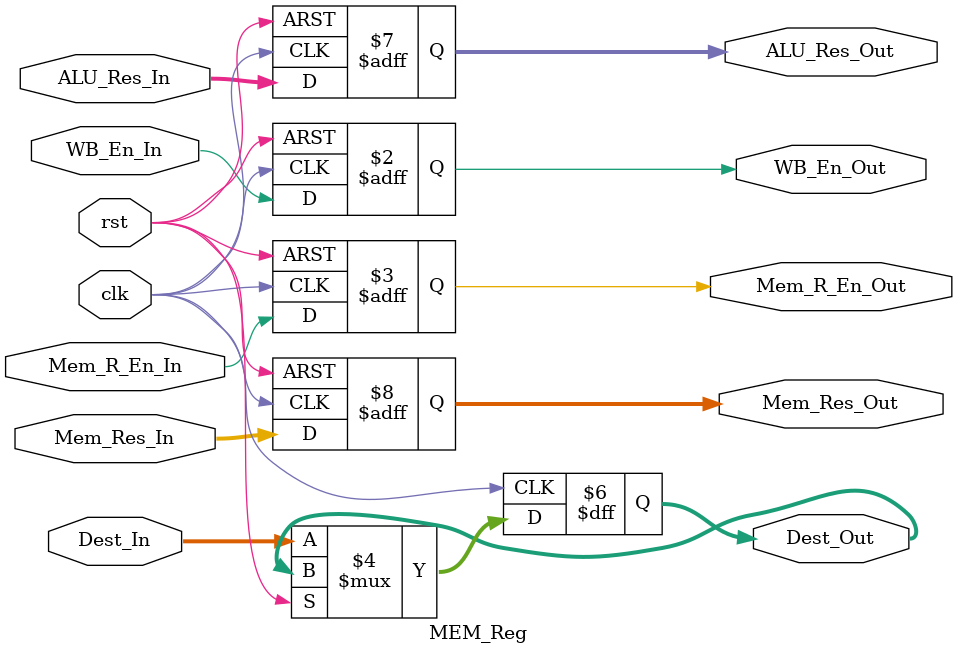
<source format=v>
module MEM_Reg
(
    input clk, rst, WB_En_In, Mem_R_En_In,
    input [3:0] Dest_In,
    input [31:0] ALU_Res_In, Mem_Res_In,
  
    output reg WB_En_Out, Mem_R_En_Out,
    output reg [3:0] Dest_Out,
    output reg [31:0] ALU_Res_Out, Mem_Res_Out
    
);

    always @(posedge clk, posedge rst) 
    begin
        if(rst) 
        begin    
            Mem_R_En_Out <=  1'b0; 
            WB_En_Out    <=  1'b0;
            ALU_Res_Out  <= 32'b0;
            Mem_Res_Out  <= 32'b0;   
        end  
        else 
        begin
            Mem_R_En_Out <= Mem_R_En_In; 
            Dest_Out     <=     Dest_In;
            WB_En_Out    <=    WB_En_In;
            ALU_Res_Out  <=  ALU_Res_In;
            Mem_Res_Out  <=  Mem_Res_In; 
        end      
    end   
    
endmodule      

</source>
